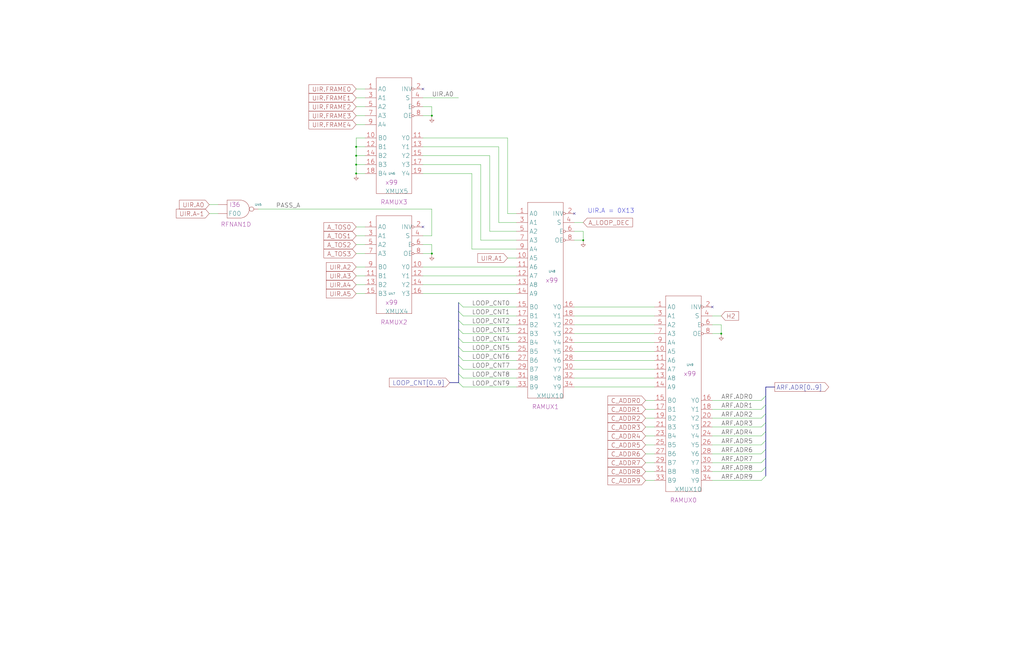
<source format=kicad_sch>
(kicad_sch (version 20230121) (generator eeschema)
  (paper "User" 584.2 378.46)
  (title_block (title "REGISTER FILE CONTROL\\nA ADDRESS GENERATION") (date "22-MAR-90") (rev "1.0") (comment 1 "VALUE") (comment 2 "232-003063") (comment 3 "S400") (comment 4 "RELEASED"))
  (lib_symbols
    (symbol "r1000:F00" (pin_numbers hide) (pin_names hide)
      (property "Reference" "U" (at 15.24 0 0))
      (property "Value" "F00" (at 1.905 -5.08 0))
      (property "Location" "___" (at 1.905 0 0))
      (property "Name" "______" (at 2.54 -12.7 0))
      (symbol "F00_0_1"
        (polyline (pts (xy -2.54 -7.62) (xy 5.08 -7.62)) (stroke (width 0.1524)))
        (polyline (pts (xy -2.54 2.54) (xy -2.54 -7.62)) (stroke (width 0.1524)))
        (polyline (pts (xy -2.54 2.54) (xy 5.08 2.54)) (stroke (width 0.1524)))
        (arc (start 5.08 -7.62) (mid 10.1282 -2.54) (end 5.08 2.54) (stroke (width 0.1524)))
        (circle (center 11.43 -2.54) (radius 1.27) (stroke (width 0.1524)))
      )
      (symbol "F00_0_2"
        (circle (center -3.81 -5.08) (radius 1.27) (stroke (width 0.1524)))
        (circle (center -3.81 0) (radius 1.27) (stroke (width 0.1524)))
        (arc (start -3.175 -7.62) (mid -2.134 -2.54) (end -3.175 2.54) (stroke (width 0.1524)))
        (polyline (pts (xy -3.175 -7.62) (xy 3.81 -7.62)) (stroke (width 0.1524)))
        (polyline (pts (xy -3.175 2.54) (xy 3.81 2.54)) (stroke (width 0.1524)))
        (arc (start 3.81 -7.62) (mid 7.5855 -5.8306) (end 10.16 -2.54) (stroke (width 0.1524)))
        (arc (start 10.16 -2.54) (mid 7.5827 0.7471) (end 3.81 2.54) (stroke (width 0.1524)))
      )
      (symbol "F00_1_1"
        (pin input line (at -7.62 0 0) (length 5.08) (name "D0") (number "1"))
        (pin input line (at -7.62 -5.08 0) (length 5.08) (name "D1") (number "2"))
        (pin output line (at 15.24 -2.54 180) (length 2.54) (name "Q") (number "3"))
      )
      (symbol "F00_1_2"
        (pin input line (at -7.62 0 0) (length 2.54) (name "D0") (number "1"))
        (pin input line (at -7.62 -5.08 0) (length 2.54) (name "D1") (number "2"))
        (pin output line (at 15.24 -2.54 180) (length 5.08) (name "Q") (number "3"))
      )
    )
    (symbol "r1000:PD" (power) (pin_numbers hide) (pin_names hide) (in_bom no)
      (symbol "PD_0_1"
        (polyline (pts (xy 0 -2.54) (xy 1.27 -2.54) (xy 0 -3.81) (xy -1.27 -2.54) (xy 0 -2.54)) (stroke (width 0.1524)))
      )
      (symbol "PD_1_1"
        (pin power_in line (at 0 0 270) (length 2.54) (name "PD") (number "1"))
      )
    )
    (symbol "r1000:XMUX10" (pin_names (offset 1.016))
      (property "Reference" "U" (at 2.54 5.08 0))
      (property "Value" "XMUX10" (at -6.35 -66.04 0))
      (property "Location" "___" (at -1.27 0 0))
      (property "Name" "______" (at -1.27 -73.66 0))
      (symbol "XMUX10_1_1"
        (rectangle (start -11.43 44.45) (end 8.89 -67.31))
        (circle (center 9.525 22.86) (radius 0.635))
        (circle (center 9.525 27.94) (radius 0.635))
        (circle (center 9.525 38.1) (radius 0.635))
        (pin input line (at -17.78 38.1 0) (length 6.35) (name "A0") (number "1"))
        (pin input line (at -17.78 12.7 0) (length 6.35) (name "A5") (number "10"))
        (pin input line (at -17.78 7.62 0) (length 6.35) (name "A6") (number "11"))
        (pin input line (at -17.78 2.54 0) (length 6.35) (name "A7") (number "12"))
        (pin input line (at -17.78 -2.54 0) (length 6.35) (name "A8") (number "13"))
        (pin input line (at -17.78 -7.62 0) (length 6.35) (name "A9") (number "14"))
        (pin input line (at -17.78 -15.24 0) (length 6.35) (name "B0") (number "15"))
        (pin tri_state line (at 15.24 -15.24 180) (length 6.35) (name "Y0") (number "16"))
        (pin input line (at -17.78 -20.32 0) (length 6.35) (name "B1") (number "17"))
        (pin tri_state line (at 15.24 -20.32 180) (length 6.35) (name "Y1") (number "18"))
        (pin input line (at -17.78 -25.4 0) (length 6.35) (name "B2") (number "19"))
        (pin input line (at 15.24 38.1 180) (length 5.08) (name "INV") (number "2"))
        (pin tri_state line (at 15.24 -25.4 180) (length 6.35) (name "Y2") (number "20"))
        (pin input line (at -17.78 -30.48 0) (length 6.35) (name "B3") (number "21"))
        (pin tri_state line (at 15.24 -30.48 180) (length 6.35) (name "Y3") (number "22"))
        (pin input line (at -17.78 -35.56 0) (length 6.35) (name "B4") (number "23"))
        (pin tri_state line (at 15.24 -35.56 180) (length 6.35) (name "Y4") (number "24"))
        (pin input line (at -17.78 -40.64 0) (length 6.35) (name "B5") (number "25"))
        (pin tri_state line (at 15.24 -40.64 180) (length 6.35) (name "Y5") (number "26"))
        (pin input line (at -17.78 -45.72 0) (length 6.35) (name "B6") (number "27"))
        (pin tri_state line (at 15.24 -45.72 180) (length 6.35) (name "Y6") (number "28"))
        (pin input line (at -17.78 -50.8 0) (length 6.35) (name "B7") (number "29"))
        (pin input line (at -17.78 33.02 0) (length 6.35) (name "A1") (number "3"))
        (pin tri_state line (at 15.24 -50.8 180) (length 6.35) (name "Y7") (number "30"))
        (pin input line (at -17.78 -55.88 0) (length 6.35) (name "B8") (number "31"))
        (pin tri_state line (at 15.24 -55.88 180) (length 6.35) (name "Y8") (number "32"))
        (pin input line (at -17.78 -60.96 0) (length 6.35) (name "B9") (number "33"))
        (pin tri_state line (at 15.24 -60.96 180) (length 6.35) (name "Y9") (number "34"))
        (pin input line (at 15.24 33.02 180) (length 6.35) (name "S") (number "4"))
        (pin input line (at -17.78 27.94 0) (length 6.35) (name "A2") (number "5"))
        (pin input line (at 15.24 27.94 180) (length 5.08) (name "E") (number "6"))
        (pin input line (at -17.78 22.86 0) (length 6.35) (name "A3") (number "7"))
        (pin input line (at 15.24 22.86 180) (length 5.08) (name "OE") (number "8"))
        (pin input line (at -17.78 17.78 0) (length 6.35) (name "A4") (number "9"))
      )
    )
    (symbol "r1000:XMUX4" (pin_names (offset 1.016))
      (property "Reference" "U" (at 2.54 5.08 0))
      (property "Value" "XMUX4" (at -1.27 -5.08 0))
      (property "Location" "___" (at -1.27 0 0))
      (property "Name" "______" (at 3.81 -12.7 0))
      (symbol "XMUX4_1_1"
        (rectangle (start -6.35 49.53) (end 13.97 -6.35))
        (circle (center 14.605 27.94) (radius 0.635))
        (circle (center 14.605 33.02) (radius 0.635))
        (circle (center 14.605 43.18) (radius 0.635))
        (pin input line (at -12.7 43.18 0) (length 6.35) (name "A0") (number "1"))
        (pin tri_state line (at 20.32 20.32 180) (length 6.35) (name "Y0") (number "10"))
        (pin input line (at -12.7 15.24 0) (length 6.35) (name "B1") (number "11"))
        (pin tri_state line (at 20.32 15.24 180) (length 6.35) (name "Y1") (number "12"))
        (pin input line (at -12.7 10.16 0) (length 6.35) (name "B2") (number "13"))
        (pin tri_state line (at 20.32 10.16 180) (length 6.35) (name "Y2") (number "14"))
        (pin input line (at -12.7 5.08 0) (length 6.35) (name "B3") (number "15"))
        (pin tri_state line (at 20.32 5.08 180) (length 6.35) (name "Y3") (number "16"))
        (pin input line (at 20.32 43.18 180) (length 5.08) (name "INV") (number "2"))
        (pin input line (at -12.7 38.1 0) (length 6.35) (name "A1") (number "3"))
        (pin input line (at 20.32 38.1 180) (length 6.35) (name "S") (number "4"))
        (pin input line (at -12.7 33.02 0) (length 6.35) (name "A2") (number "5"))
        (pin input line (at 20.32 33.02 180) (length 5.08) (name "E") (number "6"))
        (pin input line (at -12.7 27.94 0) (length 6.35) (name "A3") (number "7"))
        (pin input line (at 20.32 27.94 180) (length 5.08) (name "OE") (number "8"))
        (pin input line (at -12.7 20.32 0) (length 6.35) (name "B0") (number "9"))
      )
    )
    (symbol "r1000:XMUX5" (pin_names (offset 1.016))
      (property "Reference" "U" (at 2.54 5.08 0))
      (property "Value" "XMUX5" (at -1.27 -5.08 0))
      (property "Location" "___" (at -1.27 0 0))
      (property "Name" "______" (at 3.81 -12.7 0))
      (symbol "XMUX5_1_1"
        (rectangle (start -6.35 59.69) (end 13.97 -6.35))
        (circle (center 14.605 38.1) (radius 0.635))
        (circle (center 14.605 43.18) (radius 0.635))
        (circle (center 14.605 53.34) (radius 0.635))
        (pin input line (at -12.7 53.34 0) (length 6.35) (name "A0") (number "1"))
        (pin input line (at -12.7 25.4 0) (length 6.35) (name "B0") (number "10"))
        (pin tri_state line (at 20.32 25.4 180) (length 6.35) (name "Y0") (number "11"))
        (pin input line (at -12.7 20.32 0) (length 6.35) (name "B1") (number "12"))
        (pin tri_state line (at 20.32 20.32 180) (length 6.35) (name "Y1") (number "13"))
        (pin input line (at -12.7 15.24 0) (length 6.35) (name "B2") (number "14"))
        (pin tri_state line (at 20.32 15.24 180) (length 6.35) (name "Y2") (number "15"))
        (pin input line (at -12.7 10.16 0) (length 6.35) (name "B3") (number "16"))
        (pin tri_state line (at 20.32 10.16 180) (length 6.35) (name "Y3") (number "17"))
        (pin input line (at -12.7 5.08 0) (length 6.35) (name "B4") (number "18"))
        (pin tri_state line (at 20.32 5.08 180) (length 6.35) (name "Y4") (number "19"))
        (pin input line (at 20.32 53.34 180) (length 5.08) (name "INV") (number "2"))
        (pin input line (at -12.7 48.26 0) (length 6.35) (name "A1") (number "3"))
        (pin input line (at 20.32 48.26 180) (length 6.35) (name "S") (number "4"))
        (pin input line (at -12.7 43.18 0) (length 6.35) (name "A2") (number "5"))
        (pin input line (at 20.32 43.18 180) (length 5.08) (name "E") (number "6"))
        (pin input line (at -12.7 38.1 0) (length 6.35) (name "A3") (number "7"))
        (pin input line (at 20.32 38.1 180) (length 5.08) (name "OE") (number "8"))
        (pin input line (at -12.7 33.02 0) (length 6.35) (name "A4") (number "9"))
      )
    )
  )
  (junction (at 411.48 190.5))
  (junction (at 246.38 66.04))
  (junction (at 246.38 144.78))
  (junction (at 332.74 137.16))
  (junction (at 203.2 83.82))
  (junction (at 203.2 93.98))
  (junction (at 203.2 99.06))
  (junction (at 203.2 88.9))
  (no_connect (at 327.66 121.92))
  (no_connect (at 241.3 129.54))
  (no_connect (at 406.4 175.26))
  (no_connect (at 241.3 50.8))
  (bus_entry (at 261.62 172.72) (size 2.54 2.54))
  (bus_entry (at 261.62 193.04) (size 2.54 2.54))
  (bus_entry (at 261.62 182.88) (size 2.54 2.54))
  (bus_entry (at 436.88 251.46) (size -2.54 2.54))
  (bus_entry (at 261.62 203.2) (size 2.54 2.54))
  (bus_entry (at 436.88 266.7) (size -2.54 2.54))
  (bus_entry (at 261.62 177.8) (size 2.54 2.54))
  (bus_entry (at 261.62 187.96) (size 2.54 2.54))
  (bus_entry (at 436.88 236.22) (size -2.54 2.54))
  (bus_entry (at 261.62 213.36) (size 2.54 2.54))
  (bus_entry (at 261.62 198.12) (size 2.54 2.54))
  (bus_entry (at 436.88 241.3) (size -2.54 2.54))
  (bus_entry (at 436.88 256.54) (size -2.54 2.54))
  (bus_entry (at 436.88 226.06) (size -2.54 2.54))
  (bus_entry (at 261.62 208.28) (size 2.54 2.54))
  (bus_entry (at 436.88 231.14) (size -2.54 2.54))
  (bus_entry (at 436.88 246.38) (size -2.54 2.54))
  (bus_entry (at 436.88 261.62) (size -2.54 2.54))
  (bus_entry (at 436.88 271.78) (size -2.54 2.54))
  (bus_entry (at 261.62 218.44) (size 2.54 2.54))
  (wire (pts (xy 368.3 274.32) (xy 373.38 274.32)))
  (wire (pts (xy 406.4 243.84) (xy 434.34 243.84)))
  (wire (pts (xy 284.48 83.82) (xy 241.3 83.82)))
  (bus (pts (xy 436.88 220.98) (xy 436.88 226.06)))
  (wire (pts (xy 203.2 139.7) (xy 208.28 139.7)))
  (wire (pts (xy 264.16 190.5) (xy 294.64 190.5)))
  (wire (pts (xy 327.66 190.5) (xy 373.38 190.5)))
  (bus (pts (xy 256.54 218.44) (xy 261.62 218.44)))
  (bus (pts (xy 441.96 220.98) (xy 436.88 220.98)))
  (wire (pts (xy 368.3 228.6) (xy 373.38 228.6)))
  (wire (pts (xy 241.3 60.96) (xy 246.38 60.96)))
  (wire (pts (xy 241.3 139.7) (xy 246.38 139.7)))
  (wire (pts (xy 368.3 248.92) (xy 373.38 248.92)))
  (wire (pts (xy 264.16 210.82) (xy 294.64 210.82)))
  (wire (pts (xy 284.48 127) (xy 294.64 127)))
  (wire (pts (xy 289.56 121.92) (xy 289.56 78.74)))
  (wire (pts (xy 368.3 259.08) (xy 373.38 259.08)))
  (wire (pts (xy 274.32 137.16) (xy 294.64 137.16)))
  (wire (pts (xy 264.16 205.74) (xy 294.64 205.74)))
  (bus (pts (xy 436.88 266.7) (xy 436.88 271.78)))
  (bus (pts (xy 436.88 261.62) (xy 436.88 266.7)))
  (wire (pts (xy 406.4 264.16) (xy 434.34 264.16)))
  (wire (pts (xy 368.3 238.76) (xy 373.38 238.76)))
  (wire (pts (xy 406.4 254) (xy 434.34 254)))
  (wire (pts (xy 411.48 185.42) (xy 411.48 190.5)))
  (wire (pts (xy 406.4 259.08) (xy 434.34 259.08)))
  (wire (pts (xy 203.2 71.12) (xy 208.28 71.12)))
  (wire (pts (xy 203.2 134.62) (xy 208.28 134.62)))
  (wire (pts (xy 264.16 175.26) (xy 294.64 175.26)))
  (bus (pts (xy 261.62 182.88) (xy 261.62 187.96)))
  (wire (pts (xy 406.4 269.24) (xy 434.34 269.24)))
  (wire (pts (xy 279.4 132.08) (xy 279.4 88.9)))
  (wire (pts (xy 327.66 200.66) (xy 373.38 200.66)))
  (bus (pts (xy 261.62 187.96) (xy 261.62 193.04)))
  (wire (pts (xy 327.66 185.42) (xy 373.38 185.42)))
  (wire (pts (xy 289.56 147.32) (xy 294.64 147.32)))
  (wire (pts (xy 241.3 55.88) (xy 261.62 55.88)))
  (bus (pts (xy 436.88 226.06) (xy 436.88 231.14)))
  (wire (pts (xy 241.3 162.56) (xy 294.64 162.56)))
  (wire (pts (xy 246.38 119.38) (xy 246.38 134.62)))
  (bus (pts (xy 436.88 241.3) (xy 436.88 246.38)))
  (bus (pts (xy 436.88 246.38) (xy 436.88 251.46)))
  (wire (pts (xy 203.2 50.8) (xy 208.28 50.8)))
  (wire (pts (xy 406.4 180.34) (xy 411.48 180.34)))
  (wire (pts (xy 269.24 142.24) (xy 294.64 142.24)))
  (wire (pts (xy 246.38 66.04) (xy 241.3 66.04)))
  (wire (pts (xy 327.66 215.9) (xy 373.38 215.9)))
  (wire (pts (xy 327.66 127) (xy 332.74 127)))
  (wire (pts (xy 264.16 185.42) (xy 294.64 185.42)))
  (wire (pts (xy 406.4 228.6) (xy 434.34 228.6)))
  (wire (pts (xy 246.38 144.78) (xy 241.3 144.78)))
  (wire (pts (xy 274.32 137.16) (xy 274.32 93.98)))
  (wire (pts (xy 368.3 254) (xy 373.38 254)))
  (wire (pts (xy 284.48 127) (xy 284.48 83.82)))
  (wire (pts (xy 406.4 185.42) (xy 411.48 185.42)))
  (wire (pts (xy 147.32 119.38) (xy 246.38 119.38)))
  (wire (pts (xy 264.16 195.58) (xy 294.64 195.58)))
  (wire (pts (xy 119.38 116.84) (xy 124.46 116.84)))
  (wire (pts (xy 246.38 60.96) (xy 246.38 66.04)))
  (bus (pts (xy 261.62 172.72) (xy 261.62 177.8)))
  (wire (pts (xy 246.38 139.7) (xy 246.38 144.78)))
  (wire (pts (xy 203.2 88.9) (xy 208.28 88.9)))
  (wire (pts (xy 264.16 180.34) (xy 294.64 180.34)))
  (wire (pts (xy 119.38 121.92) (xy 124.46 121.92)))
  (wire (pts (xy 203.2 99.06) (xy 208.28 99.06)))
  (wire (pts (xy 332.74 137.16) (xy 327.66 137.16)))
  (bus (pts (xy 261.62 213.36) (xy 261.62 218.44)))
  (wire (pts (xy 203.2 66.04) (xy 208.28 66.04)))
  (wire (pts (xy 289.56 78.74) (xy 241.3 78.74)))
  (bus (pts (xy 261.62 208.28) (xy 261.62 213.36)))
  (wire (pts (xy 327.66 132.08) (xy 332.74 132.08)))
  (wire (pts (xy 241.3 152.4) (xy 294.64 152.4)))
  (bus (pts (xy 261.62 177.8) (xy 261.62 182.88)))
  (wire (pts (xy 368.3 269.24) (xy 373.38 269.24)))
  (wire (pts (xy 327.66 205.74) (xy 373.38 205.74)))
  (wire (pts (xy 279.4 88.9) (xy 241.3 88.9)))
  (wire (pts (xy 264.16 215.9) (xy 294.64 215.9)))
  (wire (pts (xy 203.2 162.56) (xy 208.28 162.56)))
  (wire (pts (xy 203.2 167.64) (xy 208.28 167.64)))
  (wire (pts (xy 203.2 88.9) (xy 203.2 83.82)))
  (wire (pts (xy 203.2 99.06) (xy 203.2 93.98)))
  (wire (pts (xy 406.4 238.76) (xy 434.34 238.76)))
  (wire (pts (xy 203.2 157.48) (xy 208.28 157.48)))
  (wire (pts (xy 203.2 129.54) (xy 208.28 129.54)))
  (bus (pts (xy 436.88 231.14) (xy 436.88 236.22)))
  (wire (pts (xy 327.66 210.82) (xy 373.38 210.82)))
  (bus (pts (xy 261.62 193.04) (xy 261.62 198.12)))
  (wire (pts (xy 203.2 152.4) (xy 208.28 152.4)))
  (bus (pts (xy 436.88 256.54) (xy 436.88 261.62)))
  (wire (pts (xy 274.32 93.98) (xy 241.3 93.98)))
  (wire (pts (xy 289.56 121.92) (xy 294.64 121.92)))
  (wire (pts (xy 264.16 200.66) (xy 294.64 200.66)))
  (wire (pts (xy 203.2 60.96) (xy 208.28 60.96)))
  (bus (pts (xy 261.62 203.2) (xy 261.62 208.28)))
  (wire (pts (xy 332.74 132.08) (xy 332.74 137.16)))
  (wire (pts (xy 327.66 175.26) (xy 373.38 175.26)))
  (wire (pts (xy 203.2 83.82) (xy 203.2 78.74)))
  (wire (pts (xy 368.3 243.84) (xy 373.38 243.84)))
  (bus (pts (xy 436.88 251.46) (xy 436.88 256.54)))
  (wire (pts (xy 203.2 144.78) (xy 208.28 144.78)))
  (wire (pts (xy 241.3 134.62) (xy 246.38 134.62)))
  (wire (pts (xy 203.2 83.82) (xy 208.28 83.82)))
  (wire (pts (xy 241.3 167.64) (xy 294.64 167.64)))
  (wire (pts (xy 368.3 233.68) (xy 373.38 233.68)))
  (wire (pts (xy 406.4 274.32) (xy 434.34 274.32)))
  (bus (pts (xy 261.62 198.12) (xy 261.62 203.2)))
  (wire (pts (xy 406.4 233.68) (xy 434.34 233.68)))
  (wire (pts (xy 203.2 93.98) (xy 208.28 93.98)))
  (wire (pts (xy 279.4 132.08) (xy 294.64 132.08)))
  (wire (pts (xy 203.2 78.74) (xy 208.28 78.74)))
  (wire (pts (xy 327.66 220.98) (xy 373.38 220.98)))
  (wire (pts (xy 411.48 190.5) (xy 406.4 190.5)))
  (wire (pts (xy 406.4 248.92) (xy 434.34 248.92)))
  (wire (pts (xy 203.2 55.88) (xy 208.28 55.88)))
  (wire (pts (xy 203.2 93.98) (xy 203.2 88.9)))
  (wire (pts (xy 269.24 99.06) (xy 241.3 99.06)))
  (bus (pts (xy 436.88 236.22) (xy 436.88 241.3)))
  (wire (pts (xy 264.16 220.98) (xy 294.64 220.98)))
  (wire (pts (xy 327.66 195.58) (xy 373.38 195.58)))
  (wire (pts (xy 327.66 180.34) (xy 373.38 180.34)))
  (wire (pts (xy 368.3 264.16) (xy 373.38 264.16)))
  (wire (pts (xy 241.3 157.48) (xy 294.64 157.48)))
  (wire (pts (xy 269.24 99.06) (xy 269.24 142.24)))
  (text "UIR.A = 0X13" (at 335.28 121.92 0) (effects (font (size 2.54 2.54)) (justify left bottom)))
  (label "LOOP_CNT8" (at 269.24 215.9 0) (effects (font (size 2.54 2.54))))
  (label "ARF.ADR8" (at 411.48 269.24 0) (effects (font (size 2.54 2.54))))
  (label "LOOP_CNT3" (at 269.24 190.5 0) (effects (font (size 2.54 2.54))))
  (label "ARF.ADR5" (at 411.48 254 0) (effects (font (size 2.54 2.54))))
  (label "ARF.ADR9" (at 411.48 274.32 0) (effects (font (size 2.54 2.54))))
  (label "LOOP_CNT0" (at 269.24 175.26 0) (effects (font (size 2.54 2.54))))
  (label "LOOP_CNT6" (at 269.24 205.74 0) (effects (font (size 2.54 2.54))))
  (label "ARF.ADR7" (at 411.48 264.16 0) (effects (font (size 2.54 2.54))))
  (label "LOOP_CNT2" (at 269.24 185.42 0) (effects (font (size 2.54 2.54))))
  (label "ARF.ADR0" (at 411.48 228.6 0) (effects (font (size 2.54 2.54))))
  (label "ARF.ADR4" (at 411.48 248.92 0) (effects (font (size 2.54 2.54))))
  (label "ARF.ADR1" (at 411.48 233.68 0) (effects (font (size 2.54 2.54))))
  (label "ARF.ADR6" (at 411.48 259.08 0) (effects (font (size 2.54 2.54))))
  (label "UIR.A0" (at 246.38 55.88 0) (effects (font (size 2.54 2.54))))
  (label "LOOP_CNT7" (at 269.24 210.82 0) (effects (font (size 2.54 2.54))))
  (label "ARF.ADR2" (at 411.48 238.76 0) (effects (font (size 2.54 2.54))))
  (label "ARF.ADR3" (at 411.48 243.84 0) (effects (font (size 2.54 2.54))))
  (label "LOOP_CNT5" (at 269.24 200.66 0) (effects (font (size 2.54 2.54))))
  (label "LOOP_CNT9" (at 269.24 220.98 0) (effects (font (size 2.54 2.54))))
  (label "LOOP_CNT1" (at 269.24 180.34 0) (effects (font (size 2.54 2.54))))
  (label "LOOP_CNT4" (at 269.24 195.58 0) (effects (font (size 2.54 2.54))))
  (label "PASS_A" (at 157.48 119.38 0) (effects (font (size 2.54 2.54))))
  (global_label "UIR.A0" (shape input) (at 119.38 116.84 180) (effects (font (size 2.54 2.54))) (property "Intersheetrefs" "${INTERSHEET_REFS}" (at 102.3378 116.6813 0) (effects (font (size 1.905 1.905)) (justify right))))
  (global_label "ARF.ADR[0..9]" (shape output) (at 441.96 220.98 0) (effects (font (size 2.54 2.54))) (property "Intersheetrefs" "${INTERSHEET_REFS}" (at 472.7908 220.8213 0) (effects (font (size 1.905 1.905)) (justify left))))
  (global_label "UIR.A2" (shape input) (at 203.2 152.4 180) (effects (font (size 2.54 2.54))) (property "Intersheetrefs" "${INTERSHEET_REFS}" (at 186.1578 152.2413 0) (effects (font (size 1.905 1.905)) (justify right))))
  (global_label "C_ADDR2" (shape input) (at 368.3 238.76 180) (effects (font (size 2.54 2.54))) (property "Intersheetrefs" "${INTERSHEET_REFS}" (at 346.1158 238.76 0) (effects (justify right))))
  (global_label "C_ADDR8" (shape input) (at 368.3 269.24 180) (effects (font (size 2.54 2.54))) (property "Intersheetrefs" "${INTERSHEET_REFS}" (at 346.1158 269.24 0) (effects (justify right))))
  (global_label "A_TOS1" (shape input) (at 203.2 134.62 180) (effects (font (size 2.54 2.54))) (property "Intersheetrefs" "${INTERSHEET_REFS}" (at 184.8273 134.4613 0) (effects (font (size 1.905 1.905)) (justify right))))
  (global_label "UIR.FRAME4" (shape input) (at 203.2 71.12 180) (effects (font (size 2.54 2.54))) (property "Intersheetrefs" "${INTERSHEET_REFS}" (at 176.2397 70.9613 0) (effects (font (size 1.905 1.905)) (justify right))))
  (global_label "A_LOOP_DEC" (shape input) (at 332.74 127 0) (effects (font (size 2.54 2.54))) (property "Intersheetrefs" "${INTERSHEET_REFS}" (at 360.9098 126.8413 0) (effects (font (size 1.905 1.905)) (justify left))))
  (global_label "UIR.A3" (shape input) (at 203.2 157.48 180) (effects (font (size 2.54 2.54))) (property "Intersheetrefs" "${INTERSHEET_REFS}" (at 186.1578 157.3213 0) (effects (font (size 1.905 1.905)) (justify right))))
  (global_label "UIR.FRAME0" (shape input) (at 203.2 50.8 180) (effects (font (size 2.54 2.54))) (property "Intersheetrefs" "${INTERSHEET_REFS}" (at 176.2397 50.6413 0) (effects (font (size 1.905 1.905)) (justify right))))
  (global_label "C_ADDR0" (shape input) (at 368.3 228.6 180) (effects (font (size 2.54 2.54))) (property "Intersheetrefs" "${INTERSHEET_REFS}" (at 346.1158 228.6 0) (effects (font (size 1.905 1.905)) (justify right))))
  (global_label "C_ADDR5" (shape input) (at 368.3 254 180) (effects (font (size 2.54 2.54))) (property "Intersheetrefs" "${INTERSHEET_REFS}" (at 346.1158 254 0) (effects (justify right))))
  (global_label "C_ADDR4" (shape input) (at 368.3 248.92 180) (effects (font (size 2.54 2.54))) (property "Intersheetrefs" "${INTERSHEET_REFS}" (at 346.1158 248.92 0) (effects (justify right))))
  (global_label "UIR.A~1" (shape input) (at 119.38 121.92 180) (effects (font (size 2.54 2.54))) (property "Intersheetrefs" "${INTERSHEET_REFS}" (at 100.5235 121.7613 0) (effects (font (size 1.905 1.905)) (justify right))))
  (global_label "C_ADDR7" (shape input) (at 368.3 264.16 180) (effects (font (size 2.54 2.54))) (property "Intersheetrefs" "${INTERSHEET_REFS}" (at 346.1158 264.16 0) (effects (justify right))))
  (global_label "H2" (shape input) (at 411.48 180.34 0) (effects (font (size 2.54 2.54))) (property "Intersheetrefs" "${INTERSHEET_REFS}" (at 421.386 180.1813 0) (effects (font (size 1.905 1.905)) (justify left))))
  (global_label "UIR.A5" (shape input) (at 203.2 167.64 180) (effects (font (size 2.54 2.54))) (property "Intersheetrefs" "${INTERSHEET_REFS}" (at 186.1578 167.4813 0) (effects (font (size 1.905 1.905)) (justify right))))
  (global_label "UIR.FRAME2" (shape input) (at 203.2 60.96 180) (effects (font (size 2.54 2.54))) (property "Intersheetrefs" "${INTERSHEET_REFS}" (at 176.2397 60.8013 0) (effects (font (size 1.905 1.905)) (justify right))))
  (global_label "UIR.A1" (shape input) (at 289.56 147.32 180) (effects (font (size 2.54 2.54))) (property "Intersheetrefs" "${INTERSHEET_REFS}" (at 272.5178 147.1613 0) (effects (font (size 1.905 1.905)) (justify right))))
  (global_label "C_ADDR1" (shape input) (at 368.3 233.68 180) (effects (font (size 2.54 2.54))) (property "Intersheetrefs" "${INTERSHEET_REFS}" (at 346.1158 233.68 0) (effects (justify right))))
  (global_label "A_TOS2" (shape input) (at 203.2 139.7 180) (effects (font (size 2.54 2.54))) (property "Intersheetrefs" "${INTERSHEET_REFS}" (at 184.8273 139.5413 0) (effects (font (size 1.905 1.905)) (justify right))))
  (global_label "C_ADDR3" (shape input) (at 368.3 243.84 180) (effects (font (size 2.54 2.54))) (property "Intersheetrefs" "${INTERSHEET_REFS}" (at 346.1158 243.84 0) (effects (justify right))))
  (global_label "A_TOS3" (shape input) (at 203.2 144.78 180) (effects (font (size 2.54 2.54))) (property "Intersheetrefs" "${INTERSHEET_REFS}" (at 184.8273 144.6213 0) (effects (font (size 1.905 1.905)) (justify right))))
  (global_label "LOOP_CNT[0..9]" (shape input) (at 256.54 218.44 180) (effects (font (size 2.54 2.54))) (property "Intersheetrefs" "${INTERSHEET_REFS}" (at 222.0807 218.2813 0) (effects (font (size 1.905 1.905)) (justify right))))
  (global_label "C_ADDR6" (shape input) (at 368.3 259.08 180) (effects (font (size 2.54 2.54))) (property "Intersheetrefs" "${INTERSHEET_REFS}" (at 346.1158 259.08 0) (effects (justify right))))
  (global_label "UIR.FRAME1" (shape input) (at 203.2 55.88 180) (effects (font (size 2.54 2.54))) (property "Intersheetrefs" "${INTERSHEET_REFS}" (at 176.2397 55.7213 0) (effects (font (size 1.905 1.905)) (justify right))))
  (global_label "A_TOS0" (shape input) (at 203.2 129.54 180) (effects (font (size 2.54 2.54))) (property "Intersheetrefs" "${INTERSHEET_REFS}" (at 184.8273 129.3813 0) (effects (font (size 1.905 1.905)) (justify right))))
  (global_label "C_ADDR9" (shape input) (at 368.3 274.32 180) (effects (font (size 2.54 2.54))) (property "Intersheetrefs" "${INTERSHEET_REFS}" (at 346.1158 274.32 0) (effects (justify right))))
  (global_label "UIR.FRAME3" (shape input) (at 203.2 66.04 180) (effects (font (size 2.54 2.54))) (property "Intersheetrefs" "${INTERSHEET_REFS}" (at 176.2397 65.8813 0) (effects (font (size 1.905 1.905)) (justify right))))
  (global_label "UIR.A4" (shape input) (at 203.2 162.56 180) (effects (font (size 2.54 2.54))) (property "Intersheetrefs" "${INTERSHEET_REFS}" (at 186.1578 162.4013 0) (effects (font (size 1.905 1.905)) (justify right))))
  (symbol (lib_id "r1000:XMUX10") (at 391.16 213.36 0) (unit 1)
    (property "Reference" "U49" (at 393.7 208.28 0))
    (property "Value" "XMUX10" (at 384.81 279.4 0) (effects (font (size 2.54 2.54)) (justify left)))
    (property "Location" "x99" (at 389.89 213.36 0) (effects (font (size 2.54 2.54)) (justify left)))
    (property "Name" "RAMUX0" (at 389.89 287.02 0) (effects (font (size 2.54 2.54)) (justify bottom)))
  )
  (symbol (lib_id "r1000:PD") (at 246.38 144.78 0) (unit 1) (in_bom no)
    (property "Reference" "#PWR030" (effects hide))
    (property "Value" "PD" (effects hide))
  )
  (symbol (lib_id "r1000:XMUX10") (at 312.42 160.02 0) (unit 1)
    (property "Reference" "U48" (at 314.96 154.94 0))
    (property "Value" "XMUX10" (at 306.07 226.06 0) (effects (font (size 2.54 2.54)) (justify left)))
    (property "Location" "x99" (at 311.15 160.02 0) (effects (font (size 2.54 2.54)) (justify left)))
    (property "Name" "RAMUX1" (at 311.15 233.68 0) (effects (font (size 2.54 2.54)) (justify bottom)))
  )
  (symbol (lib_id "r1000:PD") (at 411.48 190.5 0) (unit 1) (in_bom no)
    (property "Reference" "#PWR032" (effects hide))
    (property "Value" "PD" (effects hide))
  )
  (symbol (lib_id "r1000:PD") (at 246.38 66.04 0) (unit 1) (in_bom no)
    (property "Reference" "#PWR029" (effects hide))
    (property "Value" "PD" (effects hide))
  )
  (symbol (lib_id "r1000:XMUX5") (at 220.98 104.14 0) (unit 1)
    (property "Reference" "U46" (at 223.52 99.06 0))
    (property "Value" "XMUX5" (at 219.71 109.22 0) (effects (font (size 2.54 2.54)) (justify left)))
    (property "Location" "x99" (at 219.71 104.14 0) (effects (font (size 2.54 2.54)) (justify left)))
    (property "Name" "RAMUX3" (at 224.79 116.84 0) (effects (font (size 2.54 2.54)) (justify bottom)))
  )
  (symbol (lib_id "r1000:XMUX4") (at 220.98 172.72 0) (unit 1)
    (property "Reference" "U47" (at 223.52 167.64 0))
    (property "Value" "XMUX4" (at 219.71 177.8 0) (effects (font (size 2.54 2.54)) (justify left)))
    (property "Location" "x99" (at 219.71 172.72 0) (effects (font (size 2.54 2.54)) (justify left)))
    (property "Name" "RAMUX2" (at 224.79 185.42 0) (effects (font (size 2.54 2.54)) (justify bottom)))
  )
  (symbol (lib_id "r1000:PD") (at 203.2 99.06 0) (unit 1) (in_bom no)
    (property "Reference" "#PWR028" (effects hide))
    (property "Value" "PD" (effects hide))
  )
  (symbol (lib_id "r1000:F00") (at 132.08 116.84 0) (unit 1)
    (property "Reference" "U45" (at 147.32 116.84 0))
    (property "Value" "F00" (at 133.985 121.92 0) (effects (font (size 2.54 2.54))))
    (property "Location" "I36" (at 133.985 116.84 0) (effects (font (size 2.54 2.54))))
    (property "Name" "RFNAN1D" (at 134.62 129.54 0) (effects (font (size 2.54 2.54)) (justify bottom)))
  )
  (symbol (lib_id "r1000:PD") (at 332.74 137.16 0) (unit 1) (in_bom no)
    (property "Reference" "#PWR031" (effects hide))
    (property "Value" "PD" (effects hide))
  )
)
</source>
